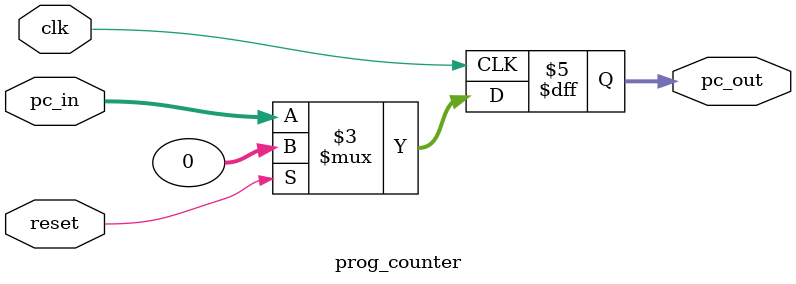
<source format=v>
`timescale 1ns / 1ps


module prog_counter
    (
    input clk,
    input reset,
    input [31:0] pc_in,
    output reg [31:0] pc_out
    );
     always@(posedge clk )
     begin
     if(reset)
     pc_out<=32'h00000000;
     else
     pc_out<=pc_in;
     end
    
endmodule


</source>
